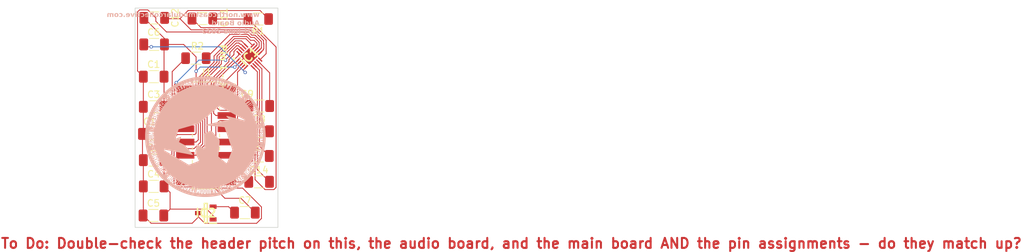
<source format=kicad_pcb>
(kicad_pcb (version 20221018) (generator pcbnew)
  (layers (0 "F.Cu" signal) (31 "B.Cu" signal) (34 "B.Paste" user) (35 "F.Paste" user) (36 "B.SilkS" user "B.Silkscreen") (37 "F.SilkS" user "F.Silkscreen") (38 "B.Mask" user) (39 "F.Mask" user) (44 "Edge.Cuts" user))
  (net 0 "")
  (net 1 "+3.3V")
  (net 2 "GND")
  (net 3 "Net-(IC1-VAG)")
  (net 4 "Net-(IC2-OUT)")
  (net 5 "Net-(IC1-VDDD)")
  (net 6 "Net-(IC1-LINEIN_R)")
  (net 7 "Net-(IC1-LINEIN_L)")
  (net 8 "Net-(IC1-SYS_MCLK)")
  (net 9 "LRCLCK")
  (net 10 "BLCK")
  (net 11 "DOUT")
  (net 12 "DIN")
  (net 13 "SDA")
  (net 14 "SCL")
  (net 15 "MCLK")
  (net 16 "Linein_R")
  (net 17 "Linein_L")
  (net 18 "Net-(IC1-MIC)")
  (net 19 "Mic")
  (net 20 "Net-(IC1-MIC_BIAS)")
  (net 21 "Net-(IC1-LINEOUT_L)")
  (net 22 "Lineout_L")
  (net 23 "Net-(IC1-LINEOUT_R)")
  (net 24 "Lineout_R")
  (net 25 "Headphones_R")
  (net 26 "Headphones_L")
  (footprint "Connector_PinSocket_2.00mm:PinSocket_2x08_P2.00mm_Vertical_SMD" (layer "F.Cu") (at 109.805 92.06)
    (fp_text reference "J1" (at 0 -9.5) (layer "F.SilkS"))
    (fp_text value "Conn_02x08")
    (pad "1" smd rect (at 3.125 -7) (size 2.75 1) (layers "F.Cu" "F.Paste" "F.Mask") (net 1 "+3.3V"))
    (pad "2" smd rect (at -3.125 -7) (size 2.75 1) (layers "F.Cu" "F.Paste" "F.Mask") (net 2 "GND"))
    (pad "3" smd rect (at 3.125 -5) (size 2.75 1) (layers "F.Cu" "F.Paste" "F.Mask") (net 26 "Headphones_L"))
    (pad "4" smd rect (at -3.125 -5) (size 2.75 1) (layers "F.Cu" "F.Paste" "F.Mask") (net 13 "SDA"))
    (pad "5" smd rect (at 3.125 -3) (size 2.75 1) (layers "F.Cu" "F.Paste" "F.Mask") (net 25 "Headphones_R"))
    (pad "6" smd rect (at -3.125 -3) (size 2.75 1) (layers "F.Cu" "F.Paste" "F.Mask") (net 14 "SCL"))
    (pad "7" smd rect (at 3.125 -1) (size 2.75 1) (layers "F.Cu" "F.Paste" "F.Mask") (net 17 "Linein_L"))
    (pad "8" smd rect (at -3.125 -1) (size 2.75 1) (layers "F.Cu" "F.Paste" "F.Mask") (net 15 "MCLK"))
    (pad "9" smd rect (at 3.125 1) (size 2.75 1) (layers "F.Cu" "F.Paste" "F.Mask") (net 16 "Linein_R"))
    (pad "10" smd rect (at -3.125 1) (size 2.75 1) (layers "F.Cu" "F.Paste" "F.Mask") (net 9 "LRCLCK"))
    (pad "11" smd rect (at 3.125 3) (size 2.75 1) (layers "F.Cu" "F.Paste" "F.Mask") (net 19 "Mic"))
    (pad "12" smd rect (at -3.125 3) (size 2.75 1) (layers "F.Cu" "F.Paste" "F.Mask") (net 11 "DOUT"))
    (pad "13" smd rect (at 3.125 5) (size 2.75 1) (layers "F.Cu" "F.Paste" "F.Mask") (net 22 "Lineout_L"))
    (pad "14" smd rect (at -3.125 5) (size 2.75 1) (layers "F.Cu" "F.Paste" "F.Mask") (net 12 "DIN"))
    (pad "15" smd rect (at 3.125 7) (size 2.75 1) (layers "F.Cu" "F.Paste" "F.Mask") (net 24 "Lineout_R"))
    (pad "16" smd rect (at -3.125 7) (size 2.75 1) (layers "F.Cu" "F.Paste" "F.Mask") (net 10 "BLCK"))
  )
  (footprint "Capacitor_SMD:C_1206_3216Metric_Pad1.33x1.80mm_HandSolder" (layer "F.Cu") (at 117.8175 99.06 180)
    (fp_text reference "C14" (at 0.033569 1.793134) (layer "F.SilkS"))
    (fp_text value "2.2uF")
    (pad "1" smd roundrect (at -1.5625 0 180) (size 1.325 1.8) (layers "F.Cu" "F.Paste" "F.Mask") (roundrect_rratio 0.188679) (net 23 "Net-(IC1-LINEOUT_R)"))
    (pad "2" smd roundrect (at 1.5625 0 180) (size 1.325 1.8) (layers "F.Cu" "F.Paste" "F.Mask") (roundrect_rratio 0.188679) (net 24 "Lineout_R"))
  )
  (footprint "Capacitor_SMD:C_1206_3216Metric_Pad1.33x1.80mm_HandSolder" (layer "F.Cu") (at 101.7882 91.8343)
    (fp_text reference "C10" (at 0 -1.85) (layer "F.SilkS"))
    (fp_text value "0.1uF")
    (pad "1" smd roundrect (at -1.5625 0) (size 1.325 1.8) (layers "F.Cu" "F.Paste" "F.Mask") (roundrect_rratio 0.188679) (net 1 "+3.3V"))
    (pad "2" smd roundrect (at 1.5625 0) (size 1.325 1.8) (layers "F.Cu" "F.Paste" "F.Mask") (roundrect_rratio 0.188679) (net 2 "GND"))
  )
  (footprint "Capacitor_SMD:C_1206_3216Metric_Pad1.33x1.80mm_HandSolder" (layer "F.Cu") (at 101.8768 104.14)
    (fp_text reference "C5" (at 0 -1.85) (layer "F.SilkS"))
    (fp_text value "0.1uF")
    (pad "1" smd roundrect (at -1.5625 0) (size 1.325 1.8) (layers "F.Cu" "F.Paste" "F.Mask") (roundrect_rratio 0.188679) (net 1 "+3.3V"))
    (pad "2" smd roundrect (at 1.5625 0) (size 1.325 1.8) (layers "F.Cu" "F.Paste" "F.Mask") (roundrect_rratio 0.188679) (net 2 "GND"))
  )
  (footprint "Capacitor_SMD:C_1206_3216Metric_Pad1.33x1.80mm_HandSolder" (layer "F.Cu") (at 101.918 95.7919)
    (fp_text reference "C2" (at 0 -1.85) (layer "F.SilkS"))
    (fp_text value "0.1uF")
    (pad "1" smd roundrect (at -1.5625 0) (size 1.325 1.8) (layers "F.Cu" "F.Paste" "F.Mask") (roundrect_rratio 0.188679) (net 1 "+3.3V"))
    (pad "2" smd roundrect (at 1.5625 0) (size 1.325 1.8) (layers "F.Cu" "F.Paste" "F.Mask") (roundrect_rratio 0.188679) (net 2 "GND"))
  )
  (footprint "Resistor_SMD:R_1206_3216Metric_Pad1.30x1.75mm_HandSolder" (layer "F.Cu") (at 117.696 74.5117 180)
    (fp_text reference "R1" (at 0 -1.82) (layer "F.SilkS"))
    (fp_text value "2.2k")
    (pad "1" smd roundrect (at -1.55 0 180) (size 1.3 1.75) (layers "F.Cu" "F.Paste" "F.Mask") (roundrect_rratio 0.192308) (net 20 "Net-(IC1-MIC_BIAS)"))
    (pad "2" smd roundrect (at 1.55 0 180) (size 1.3 1.75) (layers "F.Cu" "F.Paste" "F.Mask") (roundrect_rratio 0.192308) (net 19 "Mic"))
  )
  (footprint "Capacitor_SMD:C_1206_3216Metric_Pad1.33x1.80mm_HandSolder" (layer "F.Cu") (at 117.7851 95.1647 180)
    (fp_text reference "C13" (at 1.321745 1.799534) (layer "F.SilkS"))
    (fp_text value "2.2uF")
    (pad "1" smd roundrect (at -1.5625 0 180) (size 1.325 1.8) (layers "F.Cu" "F.Paste" "F.Mask") (roundrect_rratio 0.188679) (net 21 "Net-(IC1-LINEOUT_L)"))
    (pad "2" smd roundrect (at 1.5625 0 180) (size 1.325 1.8) (layers "F.Cu" "F.Paste" "F.Mask") (roundrect_rratio 0.188679) (net 22 "Lineout_L"))
  )
  (footprint "AP7313-18SRG-7:SOT96P240X135-3N" (layer "F.Cu") (at 109.7737 103.772 180)
    (fp_text reference "IC2" (at 0 0) (layer "F.SilkS") (effects (font (size 1.27 1.27) (thickness 0.254))))
    (fp_text value "AP7313-18SRG-7" hide)
    (pad "1" smd rect (at -1.1 -0.96 270) (size 0.65 1.05) (layers "F.Cu" "F.Paste" "F.Mask") (net 2 "GND"))
    (pad "2" smd rect (at -1.1 0.96 270) (size 0.65 1.05) (layers "F.Cu" "F.Paste" "F.Mask") (net 4 "Net-(IC2-OUT)"))
    (pad "3" smd rect (at 1.1 0 270) (size 0.65 1.05) (layers "F.Cu" "F.Paste" "F.Mask") (net 1 "+3.3V"))
  )
  (footprint "Capacitor_SMD:C_1206_3216Metric_Pad1.33x1.80mm_HandSolder" (layer "F.Cu") (at 101.9829 78.3395)
    (fp_text reference "C6" (at -0.053078 -1.83073 180) (layer "F.SilkS"))
    (fp_text value "0.15uF")
    (pad "1" smd roundrect (at -1.5625 0) (size 1.325 1.8) (layers "F.Cu" "F.Paste" "F.Mask") (roundrect_rratio 0.188679) (net 3 "Net-(IC1-VAG)"))
    (pad "2" smd roundrect (at 1.5625 0) (size 1.325 1.8) (layers "F.Cu" "F.Paste" "F.Mask") (roundrect_rratio 0.188679) (net 2 "GND"))
  )
  (footprint "SGTL5000XNLA3R2 Audio Codec Eurorack:QFN40P300X300X60-21N" (layer "F.Cu") (at 116.3491 80.1335 45)
    (fp_text reference "IC1" (at 0 0 45) (layer "F.SilkS") (effects (font (size 1.27 1.27) (thickness 0.254))))
    (fp_text value "SGTL5000XNLA3R2" hide)
    (pad "1" smd rect (at -1.5 -0.8 135) (size 0.2 0.8) (layers "F.Cu" "F.Paste" "F.Mask") (net 25 "Headphones_R"))
    (pad "2" smd rect (at -1.5 -0.4 135) (size 0.2 0.8) (layers "F.Cu" "F.Paste" "F.Mask") (net 2 "GND"))
    (pad "3" smd rect (at -1.5 0 135) (size 0.2 0.8) (layers "F.Cu" "F.Paste" "F.Mask") (net 1 "+3.3V"))
    (pad "4" smd rect (at -1.5 0.4 135) (size 0.2 0.8) (layers "F.Cu" "F.Paste" "F.Mask") (net 26 "Headphones_L"))
    (pad "5" smd rect (at -1.5 0.8 135) (size 0.2 0.8) (layers "F.Cu" "F.Paste" "F.Mask") (net 3 "Net-(IC1-VAG)"))
    (pad "6" smd rect (at -0.8 1.5 45) (size 0.2 0.8) (layers "F.Cu" "F.Paste" "F.Mask") (net 23 "Net-(IC1-LINEOUT_R)"))
    (pad "7" smd rect (at -0.4 1.5 45) (size 0.2 0.8) (layers "F.Cu" "F.Paste" "F.Mask") (net 21 "Net-(IC1-LINEOUT_L)"))
    (pad "8" smd rect (at 0 1.5 45) (size 0.2 0.8) (layers "F.Cu" "F.Paste" "F.Mask") (net 6 "Net-(IC1-LINEIN_R)"))
    (pad "9" smd rect (at 0.4 1.5 45) (size 0.2 0.8) (layers "F.Cu" "F.Paste" "F.Mask") (net 7 "Net-(IC1-LINEIN_L)"))
    (pad "10" smd rect (at 0.8 1.5 45) (size 0.2 0.8) (layers "F.Cu" "F.Paste" "F.Mask") (net 18 "Net-(IC1-MIC)"))
    (pad "11" smd rect (at 1.5 0.8 135) (size 0.2 0.8) (layers "F.Cu" "F.Paste" "F.Mask") (net 20 "Net-(IC1-MIC_BIAS)"))
    (pad "12" smd rect (at 1.5 0.4 135) (size 0.2 0.8) (layers "F.Cu" "F.Paste" "F.Mask") (net 1 "+3.3V"))
    (pad "13" smd rect (at 1.5 0 135) (size 0.2 0.8) (layers "F.Cu" "F.Paste" "F.Mask") (net 8 "Net-(IC1-SYS_MCLK)"))
    (pad "14" smd rect (at 1.5 -0.4 135) (size 0.2 0.8) (layers "F.Cu" "F.Paste" "F.Mask") (net 9 "LRCLCK"))
    (pad "15" smd rect (at 1.5 -0.8 135) (size 0.2 0.8) (layers "F.Cu" "F.Paste" "F.Mask") (net 10 "BLCK"))
    (pad "16" smd rect (at 0.8 -1.5 45) (size 0.2 0.8) (layers "F.Cu" "F.Paste" "F.Mask") (net 11 "DOUT"))
    (pad "17" smd rect (at 0.4 -1.5 45) (size 0.2 0.8) (layers "F.Cu" "F.Paste" "F.Mask") (net 12 "DIN"))
    (pad "18" smd rect (at 0 -1.5 45) (size 0.2 0.8) (layers "F.Cu" "F.Paste" "F.Mask") (net 13 "SDA"))
    (pad "19" smd rect (at -0.4 -1.5 45) (size 0.2 0.8) (layers "F.Cu" "F.Paste" "F.Mask") (net 14 "SCL"))
    (pad "20" smd rect (at -0.8 -1.5 45) (size 0.2 0.8) (layers "F.Cu" "F.Paste" "F.Mask") (net 5 "Net-(IC1-VDDD)"))
    (pad "21" smd rect (at 0 0 45) (size 1.8 1.8) (layers "F.Cu" "F.Paste" "F.Mask") (net 2 "GND"))
  )
  (footprint "Capacitor_SMD:C_1206_3216Metric_Pad1.33x1.80mm_HandSolder" (layer "F.Cu") (at 117.8175 91.44)
    (fp_text reference "C8" (at 0 -1.85) (layer "F.SilkS"))
    (fp_text value "1uF")
    (pad "1" smd roundrect (at -1.5625 0) (size 1.325 1.8) (layers "F.Cu" "F.Paste" "F.Mask") (roundrect_rratio 0.188679) (net 16 "Linein_R"))
    (pad "2" smd roundrect (at 1.5625 0) (size 1.325 1.8) (layers "F.Cu" "F.Paste" "F.Mask") (roundrect_rratio 0.188679) (net 6 "Net-(IC1-LINEIN_R)"))
  )
  (footprint "Capacitor_SMD:C_1206_3216Metric_Pad1.33x1.80mm_HandSolder" (layer "F.Cu") (at 115.6723 103.7071)
    (fp_text reference "C7" (at 0 -1.85) (layer "F.SilkS"))
    (fp_text value "2.2uF")
    (pad "1" smd roundrect (at -1.5625 0) (size 1.325 1.8) (layers "F.Cu" "F.Paste" "F.Mask") (roundrect_rratio 0.188679) (net 4 "Net-(IC2-OUT)"))
    (pad "2" smd roundrect (at 1.5625 0) (size 1.325 1.8) (layers "F.Cu" "F.Paste" "F.Mask") (roundrect_rratio 0.188679) (net 5 "Net-(IC1-VDDD)"))
  )
  (footprint "Capacitor_SMD:C_1206_3216Metric_Pad1.33x1.80mm_HandSolder" (layer "F.Cu") (at 101.918 87.7469)
    (fp_text reference "C3" (at 0 -1.85) (layer "F.SilkS"))
    (fp_text value "2.2uF")
    (pad "1" smd roundrect (at -1.5625 0) (size 1.325 1.8) (layers "F.Cu" "F.Paste" "F.Mask") (roundrect_rratio 0.188679) (net 1 "+3.3V"))
    (pad "2" smd roundrect (at 1.5625 0) (size 1.325 1.8) (layers "F.Cu" "F.Paste" "F.Mask") (roundrect_rratio 0.188679) (net 2 "GND"))
  )
  (footprint "Capacitor_SMD:C_1206_3216Metric_Pad1.33x1.80mm_HandSolder" (layer "F.Cu") (at 101.918 99.7495)
    (fp_text reference "C4" (at 0 -1.85) (layer "F.SilkS"))
    (fp_text value "0.1uF")
    (pad "1" smd roundrect (at -1.5625 0) (size 1.325 1.8) (layers "F.Cu" "F.Paste" "F.Mask") (roundrect_rratio 0.188679) (net 1 "+3.3V"))
    (pad "2" smd roundrect (at 1.5625 0) (size 1.325 1.8) (layers "F.Cu" "F.Paste" "F.Mask") (roundrect_rratio 0.188679) (net 2 "GND"))
  )
  (footprint "Capacitor_SMD:C_1206_3216Metric_Pad1.33x1.80mm_HandSolder" (layer "F.Cu") (at 102.0027 74.339 180)
    (fp_text reference "C12" (at -3.145725 0.016803 90) (layer "F.SilkS"))
    (fp_text value "2.2uF")
    (pad "1" smd roundrect (at -1.5625 0 180) (size 1.325 1.8) (layers "F.Cu" "F.Paste" "F.Mask") (roundrect_rratio 0.188679) (net 20 "Net-(IC1-MIC_BIAS)"))
    (pad "2" smd roundrect (at 1.5625 0 180) (size 1.325 1.8) (layers "F.Cu" "F.Paste" "F.Mask") (roundrect_rratio 0.188679) (net 2 "GND"))
  )
  (footprint "Capacitor_SMD:C_1206_3216Metric_Pad1.33x1.80mm_HandSolder" (layer "F.Cu") (at 117.8444 87.6295 180)
    (fp_text reference "C9" (at 1.831241 1.815985) (layer "F.SilkS"))
    (fp_text value "1uF")
    (pad "1" smd roundrect (at -1.5625 0 180) (size 1.325 1.8) (layers "F.Cu" "F.Paste" "F.Mask") (roundrect_rratio 0.188679) (net 7 "Net-(IC1-LINEIN_L)"))
    (pad "2" smd roundrect (at 1.5625 0 180) (size 1.325 1.8) (layers "F.Cu" "F.Paste" "F.Mask") (roundrect_rratio 0.188679) (net 17 "Linein_L"))
  )
  (footprint "Capacitor_SMD:C_1206_3216Metric_Pad1.33x1.80mm_HandSolder" (layer "F.Cu") (at 109.2601 74.4468)
    (fp_text reference "C11" (at 3.271542 -0.158067 90) (layer "F.SilkS"))
    (fp_text value "0.1uF")
    (pad "1" smd roundrect (at -1.5625 0) (size 1.325 1.8) (layers "F.Cu" "F.Paste" "F.Mask") (roundrect_rratio 0.188679) (net 18 "Net-(IC1-MIC)"))
    (pad "2" smd roundrect (at 1.5625 0) (size 1.325 1.8) (layers "F.Cu" "F.Paste" "F.Mask") (roundrect_rratio 0.188679) (net 19 "Mic"))
  )
  (footprint "Capacitor_SMD:C_1206_3216Metric_Pad1.33x1.80mm_HandSolder" (layer "F.Cu") (at 101.918 83.2054)
    (fp_text reference "C1" (at 0 -1.85) (layer "F.SilkS"))
    (fp_text value "2.2uF")
    (pad "1" smd roundrect (at -1.5625 0) (size 1.325 1.8) (layers "F.Cu" "F.Paste" "F.Mask") (roundrect_rratio 0.188679) (net 1 "+3.3V"))
    (pad "2" smd roundrect (at 1.5625 0) (size 1.325 1.8) (layers "F.Cu" "F.Paste" "F.Mask") (roundrect_rratio 0.188679) (net 2 "GND"))
  )
  (footprint "Resistor_SMD:R_1206_3216Metric_Pad1.30x1.75mm_HandSolder" (layer "F.Cu") (at 108.2815 80.4157 180)
    (fp_text reference "R2" (at -0.221186 1.836027 180) (layer "F.SilkS"))
    (fp_text value "100")
    (pad "1" smd roundrect (at -1.55 0 180) (size 1.3 1.75) (layers "F.Cu" "F.Paste" "F.Mask") (roundrect_rratio 0.192308) (net 8 "Net-(IC1-SYS_MCLK)"))
    (pad "2" smd roundrect (at 1.55 0 180) (size 1.3 1.75) (layers "F.Cu" "F.Paste" "F.Mask") (roundrect_rratio 0.192308) (net 15 "MCLK"))
  )
  (footprint "LOGO" (layer "B.Cu") (at 109.733035 96.148962 180)
    (fp_text reference "G***" hide)
    (fp_text value "LOGO" hide)
  )
  (gr_rect (start 99.115234 72.855701) (end 120.652884 105.940581) (stroke (width 0.1)) (fill none) (layer "Edge.Cuts"))
  (gr_text "To Do: Double-check the header pitch on this, the audio board, and the main board AND the pin assignments - do they match up?" (at 78.74 109.22) (layer "F.Cu") (effects (font (size 1.5 1.5) (thickness 0.3) bold) (justify left bottom)))
  (gr_text "www.northcoastmodularcollective.com\nAudio Board\nv.01 June 2023" (at 117.883122 76.846123) (layer "B.SilkS") (effects (font (size 0.75 0.75) (thickness 0.1875) bold) (justify left bottom mirror)))
  (gr_text "Pin 1 -->" (at 111.770556 78.347455 270) (layer "F.SilkS") (effects (font (size 1 1) (thickness 0.25) bold) (justify left bottom)))
  (segment (start 114.6645 81.8181) (end 115.2884 81.1942) (width 0.127) (layer "F.Cu") (net 1))
  (segment (start 100.3555 104.14) (end 100.3555 99.7495) (width 0.127) (layer "F.Cu") (net 1))
  (segment (start 114.5687 88.4471) (end 114.5687 89.7377) (width 0.127) (layer "F.Cu") (net 1))
  (segment (start 100.3555 99.7495) (end 100.3555 95.7919) (width 0.127) (layer "F.Cu") (net 1))
  (segment (start 111.2914 99.706) (end 111.6025 100.0171) (width 0.127) (layer "F.Cu") (net 1))
  (segment (start 117.6926 79.3557) (end 118.1619 78.8864) (width 0.127) (layer "F.Cu") (net 1))
  (segment (start 103.8542 76.4631) (end 102.2371 74.846) (width 0.127) (layer "F.Cu") (net 1))
  (segment (start 108.6737 104.3606) (end 107.7185 105.3158) (width 0.127) (layer "F.Cu") (net 1))
  (segment (start 107.7185 105.3158) (end 101.5313 105.3158) (width 0.127) (layer "F.Cu") (net 1))
  (segment (start 111.8686 89.8237) (end 111.2914 90.4009) (width 0.127) (layer "F.Cu") (net 1))
  (segment (start 100.3555 104.14) (end 100.3143 104.14) (width 0.127) (layer "F.Cu") (net 1))
  (segment (start 115.3352 100.0171) (end 118.1648 102.8467) (width 0.127) (layer "F.Cu") (net 1))
  (segment (start 117.2102 76.9494) (end 116.7209 76.9494) (width 0.127) (layer "F.Cu") (net 1))
  (segment (start 118.1619 78.8864) (end 118.1512 78.8758) (width 0.127) (layer "F.Cu") (net 1))
  (segment (start 114.6645 81.9613) (end 114.6645 81.8181) (width 0.127) (layer "F.Cu") (net 1))
  (segment (start 100.3555 95.7919) (end 100.2257 95.6621) (width 0.127) (layer "F.Cu") (net 1))
  (segment (start 109.6338 105.3207) (end 108.6737 104.3606) (width 0.127) (layer "F.Cu") (net 1))
  (segment (start 101.5313 105.3158) (end 100.3555 104.14) (width 0.127) (layer "F.Cu") (net 1))
  (segment (start 118.1512 77.8904) (end 117.2102 76.9494) (width 0.127) (layer "F.Cu") (net 1))
  (segment (start 114.5687 89.7377) (end 114.4827 89.8237) (width 0.127) (layer "F.Cu") (net 1))
  (segment (start 112.93 85.06) (end 112.93 83.6958) (width 0.127) (layer "F.Cu") (net 1))
  (segment (start 111.2914 85.06) (end 111.2914 87.7211) (width 0.127) (layer "F.Cu") (net 1))
  (segment (start 99.4764 82.3263) (end 100.3555 83.2054) (width 0.127) (layer "F.Cu") (net 1))
  (segment (start 111.6025 100.0171) (end 115.3352 100.0171) (width 0.127) (layer "F.Cu") (net 1))
  (segment (start 102.2371 74.3343) (end 101.0322 73.1294) (width 0.127) (layer "F.Cu") (net 1))
  (segment (start 116.2346 76.4631) (end 103.8542 76.4631) (width 0.127) (layer "F.Cu") (net 1))
  (segment (start 118.1512 78.8758) (end 118.1512 77.8904) (width 0.127) (layer "F.Cu") (net 1))
  (segment (start 114.3998 88.2782) (end 114.5687 88.4471) (width 0.127) (layer "F.Cu") (net 1))
  (segment (start 114.4827 89.8237) (end 111.8686 89.8237) (width 0.127) (layer "F.Cu") (net 1))
  (segment (start 99.4764 73.4369) (end 99.4764 82.3263) (width 0.127) (layer "F.Cu") (net 1))
  (segment (start 111.2914 90.4009) (end 111.2914 99.706) (width 0.127) (layer "F.Cu") (net 1))
  (segment (start 100.3555 87.7469) (end 100.3555 91.7045) (width 0.127) (layer "F.Cu") (net 1))
  (segment (start 116.7209 76.9494) (end 116.2346 76.4631) (width 0.127) (layer "F.Cu") (net 1))
  (segment (start 118.1648 102.8467) (end 118.1648 104.5932) (width 0.127) (layer "F.Cu") (net 1))
  (segment (start 111.8485 88.2782) (end 114.3998 88.2782) (width 0.127) (layer "F.Cu") (net 1))
  (segment (start 100.2257 95.6621) (end 100.2257 91.8343) (width 0.127) (layer "F.Cu") (net 1))
  (segment (start 100.3555 91.7045) (end 100.2257 91.8343) (width 0.127) (layer "F.Cu") (net 1))
  (segment (start 108.6737 103.772) (end 108.6737 104.3606) (width 0.127) (layer "F.Cu") (net 1))
  (segment (start 117.4373 105.3207) (end 109.6338 105.3207) (width 0.127) (layer "F.Cu") (net 1))
  (segment (start 100.3555 87.7469) (end 100.3555 83.2054) (width 0.127) (layer "F.Cu") (net 1))
  (segment (start 102.2371 74.846) (end 102.2371 74.3343) (width 0.127) (layer "F.Cu") (net 1))
  (segment (start 101.0322 73.1294) (end 99.7839 73.1294) (width 0.127) (layer "F.Cu") (net 1))
  (segment (start 99.7839 73.1294) (end 99.4764 73.4369) (width 0.127) (layer "F.Cu") (net 1))
  (segment (start 112.93 83.6958) (end 114.6645 81.9613) (width 0.127) (layer "F.Cu") (net 1))
  (segment (start 111.2914 87.7211) (end 111.8485 88.2782) (width 0.127) (layer "F.Cu") (net 1))
  (segment (start 118.1648 104.5932) (end 117.4373 105.3207) (width 0.127) (layer "F.Cu") (net 1))
  (segment (start 112.93 85.06) (end 111.2914 85.06) (width 0.127) (layer "F.Cu") (net 1))
  (segment (start 108.3186 82.3758) (end 108.3186 80.2277) (width 0.127) (layer "F.Cu") (net 2))
  (segment (start 114.1566 81.7603) (end 115.0056 80.9113) (width 0.127) (layer "F.Cu") (net 2))
  (segment (start 104.396 103.1833) (end 104.396 100.665) (width 0.127) (layer "F.Cu") (net 2))
  (segment (start 103.5454 77.4442) (end 100.4402 74.339) (width 0.127) (layer "F.Cu") (net 2))
  (segment (start 103.4805 83.2054) (end 103.4805 87.7469) (width 0.127) (layer "F.Cu") (net 2))
  (segment (start 108.3186 85.06) (end 108.3186 82.3758) (width 0.127) (layer "F.Cu") (net 2))
  (segment (start 106.4304 78.3395) (end 103.5454 78.3395) (width 0.127) (layer "F.Cu") (net 2))
  (segment (start 114.1369 81.7603) (end 114.1566 81.7603) (width 0.127) (layer "F.Cu") (net 2))
  (segment (start 108.3186 80.2277) (end 106.4304 78.3395) (width 0.127) (layer "F.Cu") (net 2))
  (segment (start 103.4805 78.4044) (end 103.5454 78.3395) (width 0.127) (layer "F.Cu") (net 2))
  (segment (start 103.4805 87.7469) (end 103.3507 87.8767) (width 0.127) (layer "F.Cu") (net 2))
  (segment (start 106.68 85.06) (end 108.3186 85.06) (width 0.127) (layer "F.Cu") (net 2))
  (segment (start 110.8737 104.732) (end 110.8737 104.1434) (width 0.127) (layer "F.Cu") (net 2))
  (segment (start 103.4805 95.7919) (end 103.3507 95.6621) (width 0.127) (layer "F.Cu") (net 2))
  (segment (start 103.3507 95.6621) (end 103.3507 91.8343) (width 0.127) (layer "F.Cu") (net 2))
  (segment (start 104.396 100.665) (end 103.4805 99.7495) (width 0.127) (layer "F.Cu") (net 2))
  (segment (start 110.8737 104.1434) (end 109.9136 103.1833) (width 0.127) (layer "F.Cu") (net 2))
  (segment (start 116.3491 80.1335) (end 115.7834 80.1335) (width 0.127) (layer "F.Cu") (net 2))
  (segment (start 103.5454 78.3395) (end 103.5454 77.4442) (width 0.127) (layer "F.Cu") (net 2))
  (segment (start 103.3507 87.8767) (end 103.3507 91.8343) (width 0.127) (layer "F.Cu") (net 2))
  (segment (start 103.4393 104.14) (end 104.396 103.1833) (width 0.127) (layer "F.Cu") (net 2))
  (segment (start 115.7834 80.1335) (end 115.0056 80.9113) (width 0.127) (layer "F.Cu") (net 2))
  (segment (start 103.4805 99.7495) (end 103.4805 95.7919) (width 0.127) (layer "F.Cu") (net 2))
  (segment (start 109.9136 103.1833) (end 104.396 103.1833) (width 0.127) (layer "F.Cu") (net 2))
  (segment (start 103.4805 83.2054) (end 103.4805 78.4044) (width 0.127) (layer "F.Cu") (net 2))
  (via (at 114.1369 81.7603) (size 0.5) (drill 0.3) (layers "F.Cu" "B.Cu") (net 2))
  (via (at 108.3186 82.3758) (size 0.5) (drill 0.3) (layers "F.Cu" "B.Cu") (net 2))
  (segment (start 114.1369 81.7603) (end 108.9341 81.7603) (width 0.127) (layer "B.Cu") (net 2))
  (segment (start 108.9341 81.7603) (end 108.3186 82.3758) (width 0.127) (layer "B.Cu") (net 2))
  (segment (start 115.3849 82.229) (end 115.7221 82.5663) (width 0.127) (layer "F.Cu") (net 3))
  (segment (start 100.7795 78.6986) (end 100.4204 78.3395) (width 0.127) (layer "F.Cu") (net 3))
  (segment (start 115.8541 81.7598) (end 115.3849 82.229) (width 0.127) (layer "F.Cu") (net 3))
  (segment (start 101.554 78.6986) (end 100.7795 78.6986) (width 0.127) (layer "F.Cu") (net 3))
  (via (at 101.554 78.6986) (size 0.5) (drill 0.3) (layers "F.Cu" "B.Cu") (net 3))
  (via (at 115.7221 82.5663) (size 0.5) (drill 0.3) (layers "F.Cu" "B.Cu") (net 3))
  (segment (start 111.8544 78.6986) (end 115.7221 82.5663) (width 0.127) (layer "B.Cu") (net 3))
  (segment (start 101.554 78.6986) (end 111.8544 78.6986) (width 0.127) (layer "B.Cu") (net 3))
  (segment (start 113.2147 102.812) (end 114.1098 103.7071) (width 0.127) (layer "F.Cu") (net 4))
  (segment (start 110.8737 102.812) (end 113.2147 102.812) (width 0.127) (layer "F.Cu") (net 4))
  (segment (start 110.6265 84.0665) (end 110.6265 99.518) (width 0.127) (layer "F.Cu") (net 5))
  (segment (start 114.7228 79.9702) (end 110.6265 84.0665) (width 0.127) (layer "F.Cu") (net 5))
  (segment (start 112.6547 101.5462) (end 115.0739 101.5462) (width 0.127) (layer "F.Cu") (net 5))
  (segment (start 115.0739 101.5462) (end 117.2348 103.7071) (width 0.127) (layer "F.Cu") (net 5))
  (segment (start 114.7228 79.6385) (end 114.7228 79.9702) (width 0.127) (layer "F.Cu") (net 5))
  (segment (start 110.6265 99.518) (end 112.6547 101.5462) (width 0.127) (layer "F.Cu") (net 5))
  (segment (start 117.4098 81.1942) (end 118.2322 82.0166) (width 0.127) (layer "F.Cu") (net 6))
  (segment (start 118.2322 90.2922) (end 119.38 91.44) (width 0.127) (layer "F.Cu") (net 6))
  (segment (start 118.2322 82.0166) (end 118.2322 90.2922) (width 0.127) (layer "F.Cu") (net 6))
  (segment (start 119.4069 82.6256) (end 119.4069 87.6295) (width 0.127) (layer "F.Cu") (net 7))
  (segment (start 117.6926 80.9113) (end 119.4069 82.6256) (width 0.127) (layer "F.Cu") (net 7))
  (segment (start 117.0799 77.2817) (end 116.5627 77.2817) (width 0.127) (layer "F.Cu") (net 8))
  (segment (start 116.1012 76.8202) (end 113.427 76.8202) (width 0.127) (layer "F.Cu") (net 8))
  (segment (start 117.4098 79.0728) (end 117.8241 78.6585) (width 0.127) (layer "F.Cu") (net 8))
  (segment (start 116.5627 77.2817) (end 116.1012 76.8202) (width 0.127) (layer "F.Cu") (net 8))
  (segment (start 117.8241 78.0259) (end 117.0799 77.2817) (width 0.127) (layer "F.Cu") (net 8))
  (segment (start 113.427 76.8202) (end 109.8315 80.4157) (width 0.127) (layer "F.Cu") (net 8))
  (segment (start 117.8241 78.6585) (end 117.8241 78.0259) (width 0.127) (layer "F.Cu") (net 8))
  (segment (start 116.5188 77.7192) (end 115.9469 77.1473) (width 0.127) (layer "F.Cu") (net 9))
  (segment (start 117.1269 78.79) (end 117.497 78.4199) (width 0.127) (layer "F.Cu") (net 9))
  (segment (start 115.9469 77.1473) (end 113.9583 77.1473) (width 0.127) (layer "F.Cu") (net 9))
  (segment (start 111.0232 80.9952) (end 108.6458 83.3726) (width 0.127) (layer "F.Cu") (net 9))
  (segment (start 108.6458 92.7328) (end 108.3186 93.06) (width 0.127) (layer "F.Cu") (net 9))
  (segment (start 108.6458 83.3726) (end 108.6458 92.7328) (width 0.127) (layer "F.Cu") (net 9))
  (segment (start 117.497 78.4199) (end 117.497 78.1614) (width 0.127) (layer "F.Cu") (net 9))
  (segment (start 117.497 78.1614) (end 117.0548 77.7192) (width 0.127) (layer "F.Cu") (net 9))
  (segment (start 111.0232 80.0824) (end 111.0232 80.9952) (width 0.127) (layer "F.Cu") (net 9))
  (segment (start 117.0548 77.7192) (end 116.5188 77.7192) (width 0.127) (layer "F.Cu") (net 9))
  (segment (start 113.9583 77.1473) (end 111.0232 80.0824) (width 0.127) (layer "F.Cu") (net 9))
  (segment (start 106.68 93.06) (end 108.3186 93.06) (width 0.127) (layer "F.Cu") (net 9))
  (segment (start 104.9878 94.4376) (end 104.9878 97.6602) (width 0.127) (layer "F.Cu") (net 10))
  (segment (start 114.0938 77.4744) (end 111.466 80.1022) (width 0.127) (layer "F.Cu") (net 10))
  (segment (start 111.466 80.1022) (end 111.466 81.015) (width 0.127) (layer "F.Cu") (net 10))
  (segment (start 115.8113 77.4744) (end 114.0938 77.4744) (width 0.127) (layer "F.Cu") (net 10))
  (segment (start 105.3654 94.06) (end 104.9878 94.4376) (width 0.127) (layer "F.Cu") (net 10))
  (segment (start 111.466 81.015) (end 108.9729 83.5081) (width 0.127) (layer "F.Cu") (net 10))
  (segment (start 108.9729 83.5081) (end 108.9729 93.0961) (width 0.127) (layer "F.Cu") (net 10))
  (segment (start 108.9729 93.0961) (end 108.009 94.06) (width 0.127) (layer "F.Cu") (net 10))
  (segment (start 108.009 94.06) (end 105.3654 94.06) (width 0.127) (layer "F.Cu") (net 10))
  (segment (start 104.9878 97.6602) (end 106.3876 99.06) (width 0.127) (layer "F.Cu") (net 10))
  (segment (start 116.8441 78.5072) (end 115.8113 77.4744) (width 0.127) (layer "F.Cu") (net 10))
  (segment (start 106.3876 99.06) (end 106.68 99.06) (width 0.127) (layer "F.Cu") (net 10))
  (segment (start 115.1484 77.8015) (end 114.2293 77.8015) (width 0.127) (layer "F.Cu") (net 11))
  (segment (start 106.68 95.06) (end 108.3186 95.06) (width 0.127) (layer "F.Cu") (net 11))
  (segment (start 114.2293 77.8015) (end 111.7931 80.2377) (width 0.127) (layer "F.Cu") (net 11))
  (segment (start 111.7931 80.2377) (end 111.7931 81.1505) (width 0.127) (layer "F.Cu") (net 11))
  (segment (start 109.3 83.6436) (end 109.3 93.3592) (width 0.127) (layer "F.Cu") (net 11))
  (segment (start 115.8541 78.5072) (end 115.1484 77.8015) (width 0.127) (layer "F.Cu") (net 11))
  (segment (start 109.3 93.3592) (end 108.3186 94.3406) (width 0.127) (layer "F.Cu") (net 11))
  (segment (start 108.3186 94.3406) (end 108.3186 95.06) (width 0.127) (layer "F.Cu") (net 11))
  (segment (start 111.7931 81.1505) (end 109.3 83.6436) (width 0.127) (layer "F.Cu") (net 11))
  (segment (start 111.8081 81.5981) (end 111.8081 81.5982) (width 0.127) (layer "F.Cu") (net 12))
  (segment (start 112.9664 79.7672) (end 112.233 80.5006) (width 0.127) (layer "F.Cu") (net 12))
  (segment (start 109.6271 93.4947) (end 109.3009 93.8209) (width 0.127) (layer "F.Cu") (net 12))
  (segment (start 111.4777 81.9286) (end 111.4777 81.9409) (width 0.127) (layer "F.Cu") (net 12))
  (segment (start 109.628 83.7906) (end 109.628 86.9104) (width 0.127) (layer "F.Cu") (net 12))
  (segment (start 109.628 86.9104) (end 109.6271 86.9113) (width 0.127) (layer "F.Cu") (net 12))
  (segment (start 114.3648 78.1286) (end 112.9664 79.527) (width 0.127) (layer "F.Cu") (net 12))
  (segment (start 111.8081 81.5982) (end 111.4777 81.9286) (width 0.127) (layer "F.Cu") (net 12))
  (segment (start 115.5713 78.79) (end 115.1021 78.3207) (width 0.127) (layer "F.Cu") (net 12))
  (segment (start 115.102 78.3208) (end 114.9656 78.3208) (width 0.127) (layer "F.Cu") (net 12))
  (segment (start 106.68 97.06) (end 108.3186 97.06) (width 0.127) (layer "F.Cu") (net 12))
  (segment (start 112.1202 80.8358) (end 112.1202 81.286) (width 0.127) (layer "F.Cu") (net 12))
  (segment (start 109.3009 93.8209) (end 109.3009 96.0777) (width 0.127) (layer "F.Cu") (net 12))
  (segment (start 112.9664 79.527) (end 112.9664 79.7672) (width 0.127) (layer "F.Cu") (net 12))
  (segment (start 112.233 80.723) (end 112.1202 80.8358) (width 0.127) (layer "F.Cu") (net 12))
  (segment (start 111.4777 81.9409) (end 109.628 83.7906) (width 0.127) (layer "F.Cu") (net 12))
  (segment (start 112.233 80.5006) (end 112.233 80.723) (width 0.127) (layer "F.Cu") (net 12))
  (segment (start 114.9656 78.3208) (end 114.7734 78.1286) (width 0.127) (layer "F.Cu") (net 12))
  (segment (start 112.1202 81.286) (end 111.8081 81.5981) (width 0.127) (layer "F.Cu") (net 12))
  (segment (start 114.7734 78.1286) (end 114.3648 78.1286) (width 0.127) (layer "F.Cu") (net 12))
  (segment (start 109.6271 86.9113) (end 109.6271 93.4947) (width 0.127) (layer "F.Cu") (net 12))
  (segment (start 115.1021 78.3207) (end 115.102 78.3208) (width 0.127) (layer "F.Cu") (net 12))
  (segment (start 109.3009 96.0777) (end 108.3186 97.06) (width 0.127) (layer "F.Cu") (net 12))
  (segment (start 112.7466 80.7133) (end 112.7466 80.6764) (width 0.127) (layer "F.Cu") (net 13))
  (segment (start 113.4088 79.5472) (end 114.4186 78.5374) (width 0.127) (layer "F.Cu") (net 13))
  (segment (start 114.7017 78.5374) (end 115.2371 79.0728) (width 0.127) (layer "F.Cu") (net 13))
  (segment (start 114.4186 78.5374) (end 114.7017 78.5374) (width 0.127) (layer "F.Cu") (net 13))
  (segment (start 105.0414 87.06) (end 105.0414 84.3858) (width 0.127) (layer "F.Cu") (net 13))
  (segment (start 106.68 87.06) (end 105.0414 87.06) (width 0.127) (layer "F.Cu") (net 13))
  (segment (start 105.0414 84.3858) (end 105.335 84.0922) (width 0.127) (layer "F.Cu") (net 13))
  (segment (start 115.2371 79.0728) (end 115.2884 79.0728) (width 0.127) (layer "F.Cu") (net 13))
  (segment (start 112.7466 80.6764) (end 113.4088 80.0142) (width 0.127) (layer "F.Cu") (net 13))
  (segment (start 113.4088 80.0142) (end 113.4088 79.5472) (width 0.127) (layer "F.Cu") (net 13))
  (via (at 105.335 84.0922) (size 0.5) (drill 0.3) (layers "F.Cu" "B.Cu") (net 13))
  (via (at 112.7466 80.7133) (size 0.5) (drill 0.3) (layers "F.Cu" "B.Cu") (net 13))
  (segment (start 108.7139 80.7133) (end 105.335 84.0922) (width 0.127) (layer "B.Cu") (net 13))
  (segment (start 112.7466 80.7133) (end 108.7139 80.7133) (width 0.127) (layer "B.Cu") (net 13))
  (segment (start 104.9878 99.6593) (end 104.9878 98.1228) (width 0.127) (layer "F.Cu") (net 14))
  (segment (start 109.7359 95.6697) (end 109.7359 98.3114) (width 0.127) (layer "F.Cu") (net 14))
  (segment (start 114.0195 79.8659) (end 113.9298 79.9556) (width 0.127) (layer "F.Cu") (net 14))
  (segment (start 113.2602 80.9261) (end 111.0292 83.1571) (width 0.127) (layer "F.Cu") (net 14))
  (segment (start 104.9878 92.438) (end 105.4919 91.9339) (width 0.127) (layer "F.Cu") (net 14))
  (segment (start 111.0292 83.1571) (end 111.0292 83.2012) (width 0.127) (layer "F.Cu") (net 14))
  (segment (start 113.9298 79.9688) (end 113.2602 80.6384) (width 0.127) (layer "F.Cu") (net 14))
  (segment (start 109.9724 84.258) (end 109.9724 94.1741) (width 0.127) (layer "F.Cu") (net 14))
  (segment (start 104.6607 97.7957) (end 104.6607 93.9245) (width 0.127) (layer "F.Cu") (net 14))
  (segment (start 105.4919 91.9339) (end 108.119 91.9339) (width 0.127) (layer "F.Cu") (net 14))
  (segment (start 109.9724 94.1741) (end 109.7881 94.3584) (width 0.127) (layer "F.Cu") (net 14))
  (segment (start 106.68 89.06) (end 108.3186 89.06) (width 0.127) (layer "F.Cu") (net 14))
  (segment (start 108.3186 91.7343) (end 108.3186 89.06) (width 0.127) (layer "F.Cu") (net 14))
  (segment (start 109.7881 94.3584) (end 109.7881 95.6175) (width 0.127) (layer "F.Cu") (net 14))
  (segment (start 104.9878 93.5974) (end 104.9878 92.438) (width 0.127) (layer "F.Cu") (net 14))
  (segment (start 111.0292 83.2012) (end 109.9724 84.258) (width 0.127) (layer "F.Cu") (net 14))
  (segment (start 113.2602 80.6384) (end 113.2602 80.9261) (width 0.127) (layer "F.Cu") (net 14))
  (segment (start 104.6607 93.9245) (end 104.9878 93.5974) (width 0.127) (layer "F.Cu") (net 14))
  (segment (start 115.0056 79.3557) (end 114.5364 78.8864) (width 0.127) (layer "F.Cu") (net 14))
  (segment (start 114.5364 78.8864) (end 114.0195 79.4033) (width 0.127) (layer "F.Cu") (net 14))
  (segment (start 114.0195 79.4033) (end 114.0195 79.8659) (width 0.127) (layer "F.Cu") (net 14))
  (segment (start 108.2236 99.8237) (end 105.1522 99.8237) (width 0.127) (layer "F.Cu") (net 14))
  (segment (start 104.9878 98.1228) (end 104.6607 97.7957) (width 0.127) (layer "F.Cu") (net 14))
  (segment (start 108.119 91.9339) (end 108.3186 91.7343) (width 0.127) (layer "F.Cu") (net 14))
  (segment (start 109.7359 98.3114) (end 108.2236 99.8237) (width 0.127) (layer "F.Cu") (net 14))
  (segment (start 113.9298 79.9556) (end 113.9298 79.9688) (width 0.127) (layer "F.Cu") (net 14))
  (segment (start 109.7881 95.6175) (end 109.7359 95.6697) (width 0.127) (layer "F.Cu") (net 14))
  (segment (start 105.1522 99.8237) (end 104.9878 99.6593) (width 0.127) (layer "F.Cu") (net 14))
  (segment (start 104.7143 82.4329) (end 104.7143 90.7329) (width 0.127) (layer "F.Cu") (net 15))
  (segment (start 106.68 91.06) (end 105.0414 91.06) (width 0.127) (layer "F.Cu") (net 15))
  (segment (start 104.7143 90.7329) (end 105.0414 91.06) (width 0.127) (layer "F.Cu") (net 15))
  (segment (start 106.7315 80.4157) (end 104.7143 82.4329) (width 0.127) (layer "F.Cu") (net 15))
  (segment (start 114.635 93.06) (end 116.255 91.44) (width 0.127) (layer "F.Cu") (net 16))
  (segment (start 112.93 93.06) (end 114.635 93.06) (width 0.127) (layer "F.Cu") (net 16))
  (segment (start 116.2819 89.3467) (end 116.2819 87.6295) (width 0.127) (layer "F.Cu") (net 17))
  (segment (start 114.5686 91.06) (end 116.2819 89.3467) (width 0.127) (layer "F.Cu") (net 17))
  (segment (start 112.93 91.06) (end 114.5686 91.06) (width 0.127) (layer "F.Cu") (net 17))
  (segment (start 118.8822 77.6962) (end 116.9948 75.8088) (width 0.127) (layer "F.Cu") (net 18))
  (segment (start 109.0596 75.8088) (end 107.6976 74.4468) (width 0.127) (layer "F.Cu") (net 18))
  (segment (start 117.9754 80.6285) (end 118.8822 79.7217) (width 0.127) (layer "F.Cu") (net 18))
  (segment (start 118.8822 79.7217) (end 118.8822 77.6962) (width 0.127) (layer "F.Cu") (net 18))
  (segment (start 116.9948 75.8088) (end 109.0596 75.8088) (width 0.127) (layer "F.Cu") (net 18))
  (segment (start 120.0414 100.237) (end 120.3793 99.8991) (width 0.127) (layer "F.Cu") (net 19))
  (segment (start 110.8875 74.5117) (end 110.8226 74.4468) (width 0.127) (layer "F.Cu") (net 19))
  (segment (start 114.5686 94.9646) (end 115.548 93.9852) (width 0.127) (layer "F.Cu") (net 19))
  (segment (start 117.2091 94.2856) (end 117.2091 98.7355) (width 0.127) (layer "F.Cu") (net 19))
  (segment (start 115.548 93.9852) (end 116.9087 93.9852) (width 0.127) (layer "F.Cu") (net 19))
  (segment (start 117.2091 98.7355) (end 118.7106 100.237) (width 0.127) (layer "F.Cu") (net 19))
  (segment (start 116.9087 93.9852) (end 117.2091 94.2856) (width 0.127) (layer "F.Cu") (net 19))
  (segment (start 112.93 95.06) (end 114.5686 95.06) (width 0.127) (layer "F.Cu") (net 19))
  (segment (start 116.1603 74.5117) (end 116.146 74.5117) (width 0.127) (layer "F.Cu") (net 19))
  (segment (start 120.3793 99.8991) (end 120.3793 78.7307) (width 0.127) (layer "F.Cu") (net 19))
  (segment (start 114.5686 95.06) (end 114.5686 94.9646) (width 0.127) (layer "F.Cu") (net 19))
  (segment (start 120.3793 78.7307) (end 116.1603 74.5117) (width 0.127) (layer "F.Cu") (net 19))
  (segment (start 118.7106 100.237) (end 120.0414 100.237) (width 0.127) (layer "F.Cu") (net 19))
  (segment (start 116.146 74.5117) (end 110.8875 74.5117) (width 0.127) (layer "F.Cu") (net 19))
  (segment (start 118.5214 78.2564) (end 118.4783 78.2133) (width 0.127) (layer "F.Cu") (net 20))
  (segment (start 105.8747 74.4606) (end 107.1144 73.2209) (width 0.127) (layer "F.Cu") (net 20))
  (segment (start 118.4447 79.1692) (end 118.4446 79.1692) (width 0.127) (layer "F.Cu") (net 20))
  (segment (start 118.4446 79.0663) (end 118.5214 78.9895) (width 0.127) (layer "F.Cu") (net 20))
  (segment (start 118.4783 78.2133) (end 118.4783 77.7549) (width 0.127) (layer "F.Cu") (net 20))
  (segment (start 103.6869 74.4607) (end 105.8746 74.4607) (width 0.127) (layer "F.Cu") (net 20))
  (segment (start 107.1144 73.2209) (end 117.9552 73.2209) (width 0.127) (layer "F.Cu") (net 20))
  (segment (start 118.4446 79.1692) (end 118.4446 79.0663) (width 0.127) (layer "F.Cu") (net 20))
  (segment (start 118.4783 77.7549) (end 117.3457 76.6223) (width 0.127) (layer "F.Cu") (net 20))
  (segment (start 105.8746 74.4607) (end 105.8747 74.4606) (width 0.127) (layer "F.Cu") (net 20))
  (segment (start 118.5214 78.9895) (end 118.5214 78.2564) (width 0.127) (layer "F.Cu") (net 20))
  (segment (start 117.9552 73.2209) (end 119.246 74.5117) (width 0.127) (layer "F.Cu") (net 20))
  (segment (start 117.3457 76.6223) (end 116.8873 76.6223) (width 0.127) (layer "F.Cu") (net 20))
  (segment (start 116.401 76.136) (end 107.55 76.136) (width 0.127) (layer "F.Cu") (net 20))
  (segment (start 103.5652 74.339) (end 103.6869 74.4607) (width 0.127) (layer "F.Cu") (net 20))
  (segment (start 107.55 76.136) (end 105.8747 74.4606) (width 0.127) (layer "F.Cu") (net 20))
  (segment (start 116.8873 76.6223) (end 116.401 76.136) (width 0.127) (layer "F.Cu") (net 20))
  (segment (start 117.9754 79.6385) (end 118.4447 79.1692) (width 0.127) (layer "F.Cu") (net 20))
  (segment (start 117.1269 81.477) (end 117.8783 82.2284) (width 0.127) (layer "F.Cu") (net 21))
  (segment (start 117.8783 82.2284) (end 117.8783 93.6954) (width 0.127) (layer "F.Cu") (net 21))
  (segment (start 117.8783 93.6954) (end 119.3476 95.1647) (width 0.127) (layer "F.Cu") (net 21))
  (segment (start 114.5686 96.8187) (end 116.2226 95.1647) (width 0.127) (layer "F.Cu") (net 22))
  (segment (start 112.93 97.06) (end 114.5686 97.06) (width 0.127) (layer "F.Cu") (net 22))
  (segment (start 114.5686 97.06) (end 114.5686 96.8187) (width 0.127) (layer "F.Cu") (net 22))
  (segment (start 116.8441 81.7598) (end 117.5511 82.4668) (width 0.127) (layer "F.Cu") (net 23))
  (segment (start 117.5511 97.2311) (end 119.38 99.06) (width 0.127) (layer "F.Cu") (net 23))
  (segment (start 117.5511 82.4668) (end 117.5511 97.2311) (width 0.127) (layer "F.Cu") (net 23))
  (segment (start 112.93 99.06) (end 116.255 99.06) (width 0.127) (layer "F.Cu") (net 24))
  (segment (start 110.9642 84.2066) (end 114.0731 81.0977) (width 0.127) (layer "F.Cu") (net 25))
  (segment (start 110.9642 88.7328) (end 110.9642 84.2066) (width 0.127) (layer "F.Cu") (net 25))
  (segment (start 114.0731 81.0977) (end 114.2535 81.0977) (width 0.127) (layer "F.Cu") (net 25))
  (segment (start 114.2535 81.0977) (end 114.2536 81.0977) (width 0.127) (layer "F.Cu") (net 25))
  (segment (start 114.7228 80.6285) (end 114.2536 81.0977) (width 0.127) (layer "F.Cu") (net 25))
  (segment (start 112.93 89.06) (end 111.2914 89.06) (width 0.127) (layer "F.Cu") (net 25))
  (segment (start 111.2914 89.06) (end 110.9642 88.7328) (width 0.127) (layer "F.Cu") (net 25))
  (segment (start 115.5713 81.477) (end 115.102 81.9463) (width 0.127) (layer "F.Cu") (net 26))
  (segment (start 114.5686 82.5198) (end 115.102 81.9864) (width 0.127) (layer "F.Cu") (net 26))
  (segment (start 112.93 87.06) (end 114.5686 87.06) (width 0.127) (layer "F.Cu") (net 26))
  (segment (start 114.5686 87.06) (end 114.5686 82.5198) (width 0.127) (layer "F.Cu") (net 26))
  (segment (start 115.102 81.9864) (end 115.102 81.9463) (width 0.127) (layer "F.Cu") (net 26))
)
</source>
